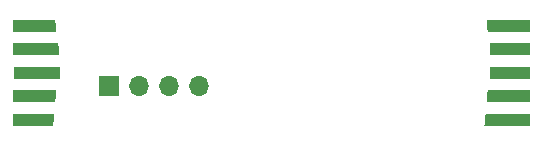
<source format=gbr>
%TF.GenerationSoftware,KiCad,Pcbnew,7.0.9*%
%TF.CreationDate,2024-06-23T02:13:20+02:00*%
%TF.ProjectId,board,626f6172-642e-46b6-9963-61645f706362,rev?*%
%TF.SameCoordinates,Original*%
%TF.FileFunction,Soldermask,Bot*%
%TF.FilePolarity,Negative*%
%FSLAX46Y46*%
G04 Gerber Fmt 4.6, Leading zero omitted, Abs format (unit mm)*
G04 Created by KiCad (PCBNEW 7.0.9) date 2024-06-23 02:13:20*
%MOMM*%
%LPD*%
G01*
G04 APERTURE LIST*
G04 Aperture macros list*
%AMFreePoly0*
4,1,5,0.500000,-1.800000,-0.500000,-1.800000,-0.500000,1.800000,0.500000,1.900000,0.500000,-1.800000,0.500000,-1.800000,$1*%
%AMFreePoly1*
4,1,5,0.500000,1.800000,0.500000,-1.800000,-0.500000,-1.800000,-0.500000,1.900000,0.500000,1.800000,0.500000,1.800000,$1*%
%AMFreePoly2*
4,1,5,0.500000,1.900000,0.500000,-1.900000,-0.500000,-1.900000,-0.500000,2.000000,0.500000,1.900000,0.500000,1.900000,$1*%
%AMFreePoly3*
4,1,5,0.500000,-1.500000,-0.500000,-1.500000,-0.500000,2.300000,0.500000,2.400000,0.500000,-1.500000,0.500000,-1.500000,$1*%
%AMFreePoly4*
4,1,5,0.500000,1.700000,0.500000,-1.700000,-0.500000,-1.700000,-0.500000,1.800000,0.500000,1.700000,0.500000,1.700000,$1*%
G04 Aperture macros list end*
%ADD10R,1.700000X1.700000*%
%ADD11O,1.700000X1.700000*%
%ADD12FreePoly0,90.000000*%
%ADD13R,3.500000X1.000000*%
%ADD14FreePoly1,90.000000*%
%ADD15FreePoly2,90.000000*%
%ADD16FreePoly0,270.000000*%
%ADD17FreePoly3,270.000000*%
%ADD18R,4.000000X1.000000*%
%ADD19FreePoly1,270.000000*%
%ADD20FreePoly4,270.000000*%
G04 APERTURE END LIST*
D10*
%TO.C,J3*%
X148770000Y-97600000D03*
D11*
X151310000Y-97600000D03*
X153850000Y-97600000D03*
X156390000Y-97600000D03*
%TD*%
D12*
%TO.C,J1*%
X182600000Y-92500000D03*
D13*
X182650000Y-94500000D03*
X182650000Y-96500000D03*
D14*
X182600000Y-98500000D03*
D15*
X182500000Y-100500000D03*
%TD*%
D16*
%TO.C,J2*%
X142400000Y-92500000D03*
D17*
X142100000Y-94500000D03*
D18*
X142600000Y-96500000D03*
D19*
X142400000Y-98500000D03*
D20*
X142300000Y-100500000D03*
%TD*%
M02*

</source>
